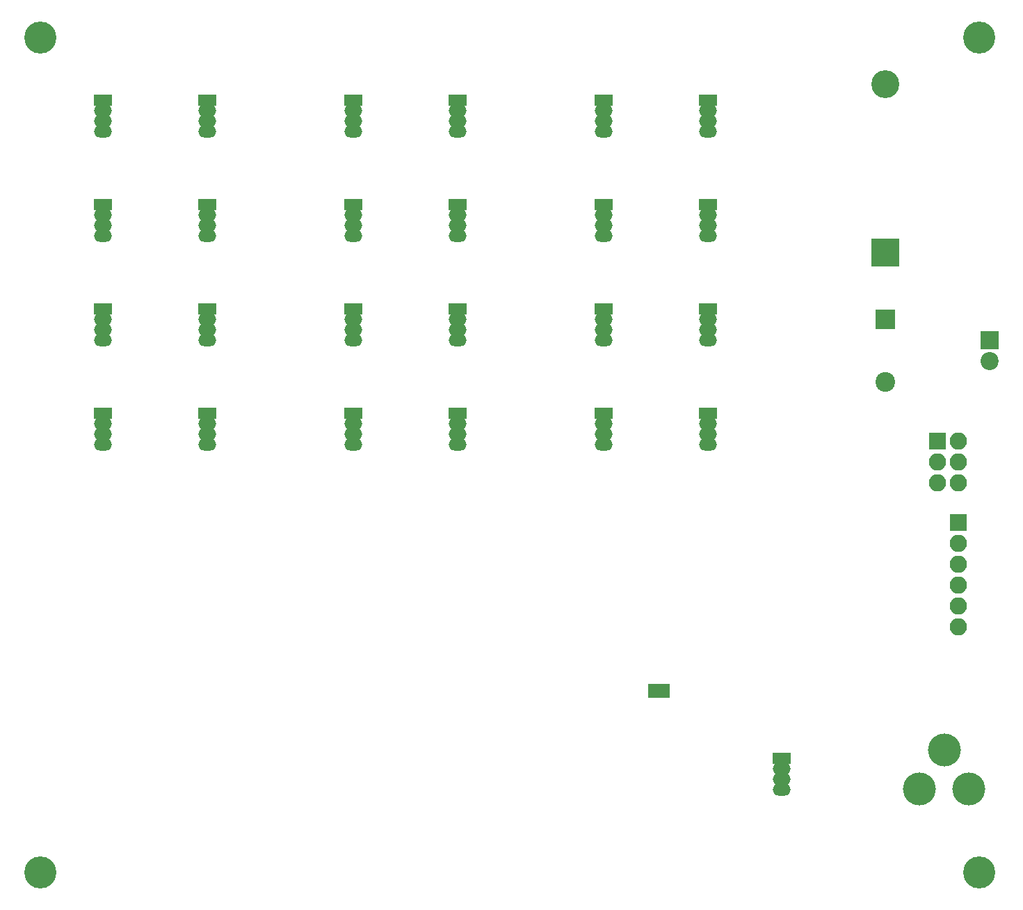
<source format=gbr>
G04 #@! TF.FileFunction,Soldermask,Bot*
%FSLAX46Y46*%
G04 Gerber Fmt 4.6, Leading zero omitted, Abs format (unit mm)*
G04 Created by KiCad (PCBNEW 4.0.7) date Saturday, March 03, 2018 'PMt' 04:24:20 PM*
%MOMM*%
%LPD*%
G01*
G04 APERTURE LIST*
%ADD10C,0.100000*%
%ADD11C,4.000000*%
%ADD12C,3.400000*%
%ADD13R,3.400000X3.400000*%
%ADD14R,2.400000X2.400000*%
%ADD15C,2.400000*%
%ADD16R,2.100000X2.100000*%
%ADD17O,2.100000X2.100000*%
%ADD18R,2.200000X1.470000*%
%ADD19O,2.200000X1.470000*%
%ADD20C,3.900000*%
%ADD21R,2.200000X2.200000*%
%ADD22C,2.200000*%
%ADD23R,1.370000X1.670000*%
G04 APERTURE END LIST*
D10*
D11*
X207360000Y-130810000D03*
X213360000Y-130810000D03*
X210360000Y-126110000D03*
D12*
X203200000Y-45085000D03*
D13*
X203200000Y-65575000D03*
D14*
X203200000Y-73660000D03*
D15*
X203200000Y-81260000D03*
D16*
X212073000Y-98398200D03*
D17*
X212073000Y-100938200D03*
X212073000Y-103478200D03*
X212073000Y-106018200D03*
X212073000Y-108558200D03*
X212073000Y-111098200D03*
D18*
X181610000Y-85090000D03*
D19*
X181610000Y-86360000D03*
X181610000Y-87630000D03*
X181610000Y-88900000D03*
D18*
X181610000Y-72390000D03*
D19*
X181610000Y-73660000D03*
X181610000Y-74930000D03*
X181610000Y-76200000D03*
D18*
X181610000Y-59690000D03*
D19*
X181610000Y-60960000D03*
X181610000Y-62230000D03*
X181610000Y-63500000D03*
D18*
X181610000Y-46990000D03*
D19*
X181610000Y-48260000D03*
X181610000Y-49530000D03*
X181610000Y-50800000D03*
D18*
X168910000Y-85090000D03*
D19*
X168910000Y-86360000D03*
X168910000Y-87630000D03*
X168910000Y-88900000D03*
D18*
X168910000Y-72390000D03*
D19*
X168910000Y-73660000D03*
X168910000Y-74930000D03*
X168910000Y-76200000D03*
D18*
X168910000Y-59690000D03*
D19*
X168910000Y-60960000D03*
X168910000Y-62230000D03*
X168910000Y-63500000D03*
D18*
X168910000Y-46990000D03*
D19*
X168910000Y-48260000D03*
X168910000Y-49530000D03*
X168910000Y-50800000D03*
D18*
X151130000Y-85090000D03*
D19*
X151130000Y-86360000D03*
X151130000Y-87630000D03*
X151130000Y-88900000D03*
D18*
X151130000Y-72390000D03*
D19*
X151130000Y-73660000D03*
X151130000Y-74930000D03*
X151130000Y-76200000D03*
D18*
X151130000Y-59690000D03*
D19*
X151130000Y-60960000D03*
X151130000Y-62230000D03*
X151130000Y-63500000D03*
D18*
X151130000Y-46990000D03*
D19*
X151130000Y-48260000D03*
X151130000Y-49530000D03*
X151130000Y-50800000D03*
D18*
X138430000Y-85090000D03*
D19*
X138430000Y-86360000D03*
X138430000Y-87630000D03*
X138430000Y-88900000D03*
D18*
X138430000Y-72390000D03*
D19*
X138430000Y-73660000D03*
X138430000Y-74930000D03*
X138430000Y-76200000D03*
D18*
X138430000Y-59690000D03*
D19*
X138430000Y-60960000D03*
X138430000Y-62230000D03*
X138430000Y-63500000D03*
D18*
X138430000Y-46990000D03*
D19*
X138430000Y-48260000D03*
X138430000Y-49530000D03*
X138430000Y-50800000D03*
D18*
X120650000Y-85090000D03*
D19*
X120650000Y-86360000D03*
X120650000Y-87630000D03*
X120650000Y-88900000D03*
D18*
X120650000Y-72390000D03*
D19*
X120650000Y-73660000D03*
X120650000Y-74930000D03*
X120650000Y-76200000D03*
D18*
X120650000Y-59690000D03*
D19*
X120650000Y-60960000D03*
X120650000Y-62230000D03*
X120650000Y-63500000D03*
D18*
X120650000Y-46990000D03*
D19*
X120650000Y-48260000D03*
X120650000Y-49530000D03*
X120650000Y-50800000D03*
D18*
X107950000Y-85090000D03*
D19*
X107950000Y-86360000D03*
X107950000Y-87630000D03*
X107950000Y-88900000D03*
D18*
X107950000Y-72390000D03*
D19*
X107950000Y-73660000D03*
X107950000Y-74930000D03*
X107950000Y-76200000D03*
D18*
X107950000Y-59690000D03*
D19*
X107950000Y-60960000D03*
X107950000Y-62230000D03*
X107950000Y-63500000D03*
D18*
X107950000Y-46990000D03*
D19*
X107950000Y-48260000D03*
X107950000Y-49530000D03*
X107950000Y-50800000D03*
D16*
X209533000Y-88492200D03*
D17*
X212073000Y-88492200D03*
X209533000Y-91032200D03*
X212073000Y-91032200D03*
X209533000Y-93572200D03*
X212073000Y-93572200D03*
D20*
X100330000Y-39370000D03*
X100330000Y-140970000D03*
X214630000Y-140970000D03*
X214630000Y-39370000D03*
D21*
X215900000Y-76200000D03*
D22*
X215900000Y-78740000D03*
D18*
X190610000Y-127100000D03*
D19*
X190610000Y-128370000D03*
X190610000Y-129640000D03*
X190610000Y-130910000D03*
D23*
X176276000Y-118872000D03*
X174996000Y-118872000D03*
M02*

</source>
